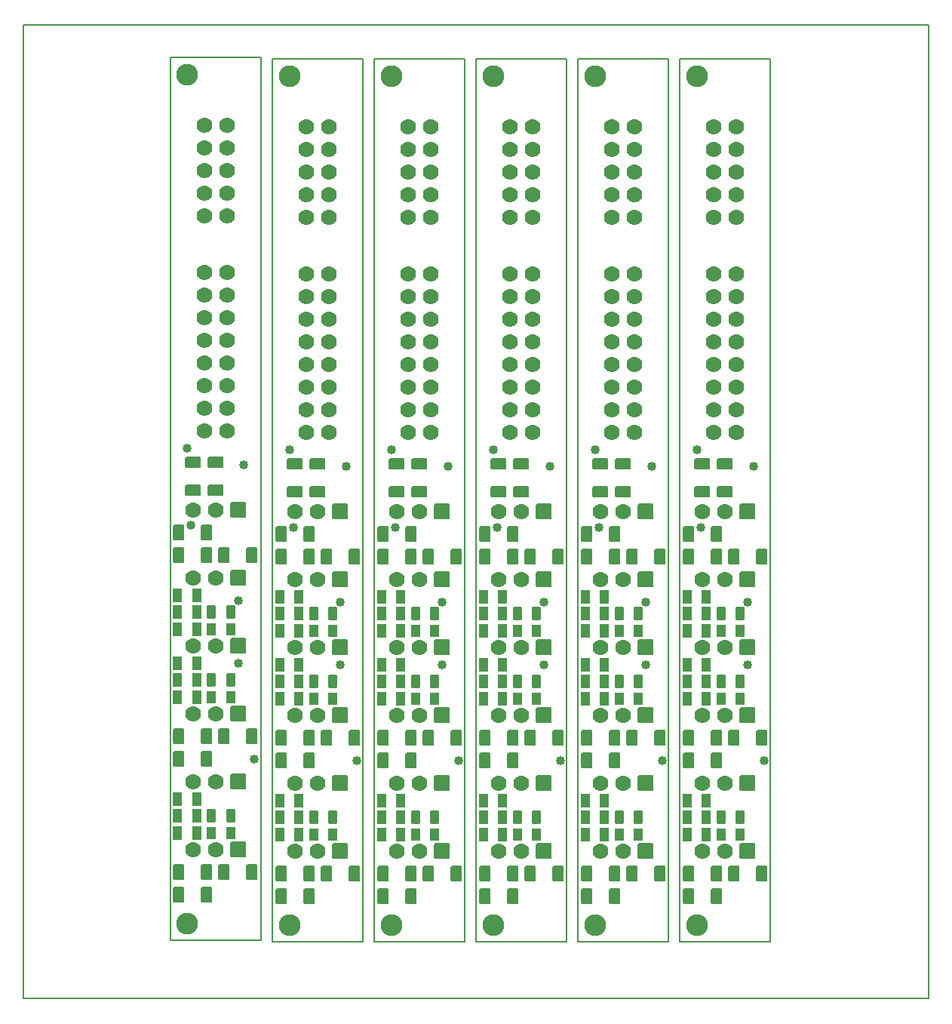
<source format=gts>
G04 PROTEUS RS274X GERBER FILE*
%FSLAX45Y45*%
%MOMM*%
G01*
%ADD13C,0.203200*%
%ADD21C,1.016000*%
%ADD22C,2.454000*%
%ADD23C,1.778000*%
%AMPPAD016*
4,1,36,
0.762000,0.889000,
-0.762000,0.889000,
-0.787970,0.886470,
-0.811980,0.879200,
-0.833580,0.867650,
-0.852290,0.852290,
-0.867650,0.833570,
-0.879200,0.811980,
-0.886470,0.787970,
-0.889000,0.762000,
-0.889000,-0.762000,
-0.886470,-0.787970,
-0.879200,-0.811980,
-0.867650,-0.833570,
-0.852290,-0.852290,
-0.833580,-0.867650,
-0.811980,-0.879200,
-0.787970,-0.886470,
-0.762000,-0.889000,
0.762000,-0.889000,
0.787970,-0.886470,
0.811980,-0.879200,
0.833580,-0.867650,
0.852290,-0.852290,
0.867650,-0.833570,
0.879200,-0.811980,
0.886470,-0.787970,
0.889000,-0.762000,
0.889000,0.762000,
0.886470,0.787970,
0.879200,0.811980,
0.867650,0.833570,
0.852290,0.852290,
0.833580,0.867650,
0.811980,0.879200,
0.787970,0.886470,
0.762000,0.889000,
0*%
%ADD24PPAD016*%
%AMPPAD017*
4,1,36,
0.381000,-0.762000,
-0.381000,-0.762000,
-0.406970,-0.759470,
-0.430980,-0.752200,
-0.452580,-0.740650,
-0.471290,-0.725290,
-0.486650,-0.706570,
-0.498200,-0.684980,
-0.505470,-0.660970,
-0.508000,-0.635000,
-0.508000,0.635000,
-0.505470,0.660970,
-0.498200,0.684980,
-0.486650,0.706570,
-0.471290,0.725290,
-0.452580,0.740650,
-0.430980,0.752200,
-0.406970,0.759470,
-0.381000,0.762000,
0.381000,0.762000,
0.406970,0.759470,
0.430980,0.752200,
0.452580,0.740650,
0.471290,0.725290,
0.486650,0.706570,
0.498200,0.684980,
0.505470,0.660970,
0.508000,0.635000,
0.508000,-0.635000,
0.505470,-0.660970,
0.498200,-0.684980,
0.486650,-0.706570,
0.471290,-0.725290,
0.452580,-0.740650,
0.430980,-0.752200,
0.406970,-0.759470,
0.381000,-0.762000,
0*%
%ADD25PPAD017*%
%AMPPAD018*
4,1,36,
0.889000,0.508000,
0.889000,-0.508000,
0.886470,-0.533970,
0.879200,-0.557980,
0.867650,-0.579580,
0.852290,-0.598290,
0.833570,-0.613650,
0.811980,-0.625200,
0.787970,-0.632470,
0.762000,-0.635000,
-0.762000,-0.635000,
-0.787970,-0.632470,
-0.811980,-0.625200,
-0.833570,-0.613650,
-0.852290,-0.598290,
-0.867650,-0.579580,
-0.879200,-0.557980,
-0.886470,-0.533970,
-0.889000,-0.508000,
-0.889000,0.508000,
-0.886470,0.533970,
-0.879200,0.557980,
-0.867650,0.579580,
-0.852290,0.598290,
-0.833570,0.613650,
-0.811980,0.625200,
-0.787970,0.632470,
-0.762000,0.635000,
0.762000,0.635000,
0.787970,0.632470,
0.811980,0.625200,
0.833570,0.613650,
0.852290,0.598290,
0.867650,0.579580,
0.879200,0.557980,
0.886470,0.533970,
0.889000,0.508000,
0*%
%ADD26PPAD018*%
%AMPPAD019*
4,1,36,
-0.508000,0.889000,
0.508000,0.889000,
0.533970,0.886470,
0.557980,0.879200,
0.579580,0.867650,
0.598290,0.852290,
0.613650,0.833570,
0.625200,0.811980,
0.632470,0.787970,
0.635000,0.762000,
0.635000,-0.762000,
0.632470,-0.787970,
0.625200,-0.811980,
0.613650,-0.833570,
0.598290,-0.852290,
0.579580,-0.867650,
0.557980,-0.879200,
0.533970,-0.886470,
0.508000,-0.889000,
-0.508000,-0.889000,
-0.533970,-0.886470,
-0.557980,-0.879200,
-0.579580,-0.867650,
-0.598290,-0.852290,
-0.613650,-0.833570,
-0.625200,-0.811980,
-0.632470,-0.787970,
-0.635000,-0.762000,
-0.635000,0.762000,
-0.632470,0.787970,
-0.625200,0.811980,
-0.613650,0.833570,
-0.598290,0.852290,
-0.579580,0.867650,
-0.557980,0.879200,
-0.533970,0.886470,
-0.508000,0.889000,
0*%
%ADD27PPAD019*%
%AMPPAD020*
4,1,36,
0.381000,-0.698500,
-0.381000,-0.698500,
-0.406970,-0.695970,
-0.430980,-0.688700,
-0.452580,-0.677150,
-0.471290,-0.661790,
-0.486650,-0.643070,
-0.498200,-0.621480,
-0.505470,-0.597470,
-0.508000,-0.571500,
-0.508000,0.571500,
-0.505470,0.597470,
-0.498200,0.621480,
-0.486650,0.643070,
-0.471290,0.661790,
-0.452580,0.677150,
-0.430980,0.688700,
-0.406970,0.695970,
-0.381000,0.698500,
0.381000,0.698500,
0.406970,0.695970,
0.430980,0.688700,
0.452580,0.677150,
0.471290,0.661790,
0.486650,0.643070,
0.498200,0.621480,
0.505470,0.597470,
0.508000,0.571500,
0.508000,-0.571500,
0.505470,-0.597470,
0.498200,-0.621480,
0.486650,-0.643070,
0.471290,-0.661790,
0.452580,-0.677150,
0.430980,-0.688700,
0.406970,-0.695970,
0.381000,-0.698500,
0*%
%ADD28PPAD020*%
%AMPPAD021*
4,1,36,
-0.381000,0.736600,
0.381000,0.736600,
0.406970,0.734070,
0.430980,0.726800,
0.452580,0.715250,
0.471290,0.699890,
0.486650,0.681170,
0.498200,0.659580,
0.505470,0.635570,
0.508000,0.609600,
0.508000,-0.609600,
0.505470,-0.635570,
0.498200,-0.659580,
0.486650,-0.681170,
0.471290,-0.699890,
0.452580,-0.715250,
0.430980,-0.726800,
0.406970,-0.734070,
0.381000,-0.736600,
-0.381000,-0.736600,
-0.406970,-0.734070,
-0.430980,-0.726800,
-0.452580,-0.715250,
-0.471290,-0.699890,
-0.486650,-0.681170,
-0.498200,-0.659580,
-0.505470,-0.635570,
-0.508000,-0.609600,
-0.508000,0.609600,
-0.505470,0.635570,
-0.498200,0.659580,
-0.486650,0.681170,
-0.471290,0.699890,
-0.452580,0.715250,
-0.430980,0.726800,
-0.406970,0.734070,
-0.381000,0.736600,
0*%
%ADD29PPAD021*%
D13*
X-3435294Y-2648588D02*
X-2419294Y-2648588D01*
X-2419294Y+7257412D01*
X-3435294Y+7257412D01*
X-3435294Y-2648588D01*
X-3435294Y-2648588D01*
X-2286000Y-2667000D02*
X-1270000Y-2667000D01*
X-1270000Y+7239000D01*
X-2286000Y+7239000D01*
X-2286000Y-2667000D01*
X-2286000Y-2667000D01*
X-1143000Y-2667000D02*
X-127000Y-2667000D01*
X-127000Y+7239000D01*
X-1143000Y+7239000D01*
X-1143000Y-2667000D01*
X-1143000Y-2667000D01*
X+0Y-2667000D02*
X+1016000Y-2667000D01*
X+1016000Y+7239000D01*
X+0Y+7239000D01*
X+0Y-2667000D01*
X+0Y-2667000D01*
X+1143000Y-2667000D02*
X+2159000Y-2667000D01*
X+2159000Y+7239000D01*
X+1143000Y+7239000D01*
X+1143000Y-2667000D01*
X+1143000Y-2667000D01*
X+2286000Y-2667000D02*
X+3302000Y-2667000D01*
X+3302000Y+7239000D01*
X+2286000Y+7239000D01*
X+2286000Y-2667000D01*
X+2286000Y-2667000D01*
D21*
X-3181294Y+2715892D03*
X-3351474Y-1442088D03*
X-3351474Y-1251588D03*
X-3351474Y-1061088D03*
X-3351474Y+462912D03*
X-3351474Y+272412D03*
X-3351474Y+81912D03*
X-3351474Y+843912D03*
X-3351474Y+1034412D03*
X-3351474Y+1224912D03*
X-3338774Y-616588D03*
X-3199223Y+2007829D03*
X-2927294Y+2715892D03*
X-2609794Y+2685412D03*
X-3244794Y+2875912D03*
X-2673294Y+1161412D03*
X-2673294Y+462912D03*
X-2492884Y-610262D03*
D22*
X-3244794Y+7066912D03*
X-3244794Y-2458088D03*
D23*
X-3054294Y+5479412D03*
X-2800294Y+5479412D03*
X-3054294Y+5733412D03*
X-2800294Y+5733412D03*
X-3054294Y+5987412D03*
X-2800294Y+5987412D03*
X-3054294Y+6241412D03*
X-2800294Y+6241412D03*
X-3054294Y+6495412D03*
X-2800294Y+6495412D03*
X-3054294Y+3066412D03*
X-2800294Y+3066412D03*
X-3054294Y+3320412D03*
X-2800294Y+3320412D03*
X-3054294Y+3574412D03*
X-2800294Y+3574412D03*
X-3054294Y+3828412D03*
X-2800294Y+3828412D03*
X-3054294Y+4082412D03*
X-2800294Y+4082412D03*
X-3054294Y+4336412D03*
X-2800294Y+4336412D03*
X-3054294Y+4590412D03*
X-2800294Y+4590412D03*
X-3054294Y+4844412D03*
X-2800294Y+4844412D03*
D24*
X-2673294Y+2177412D03*
D23*
X-2927294Y+2177412D03*
X-3181294Y+2177412D03*
D24*
X-2673294Y+1415412D03*
D23*
X-2927294Y+1415412D03*
X-3181294Y+1415412D03*
D24*
X-2673294Y+653412D03*
D23*
X-2927294Y+653412D03*
X-3181294Y+653412D03*
D24*
X-2673294Y-108588D03*
D23*
X-2927294Y-108588D03*
X-3181294Y-108588D03*
D24*
X-2673294Y-870588D03*
D23*
X-2927294Y-870588D03*
X-3181294Y-870588D03*
D24*
X-2673294Y-1632588D03*
D23*
X-2927294Y-1632588D03*
X-3181294Y-1632588D03*
D25*
X-3138114Y+843912D03*
X-3351474Y+843912D03*
X-3138114Y+1034412D03*
X-3351474Y+1034412D03*
X-3138114Y+1224912D03*
X-3351474Y+1224912D03*
X-3138114Y+81912D03*
X-3351474Y+81912D03*
X-3138114Y+272412D03*
X-3351474Y+272412D03*
X-3138114Y+462912D03*
X-3351474Y+462912D03*
X-3138114Y-1442088D03*
X-3351474Y-1442088D03*
X-3138114Y-1251588D03*
X-3351474Y-1251588D03*
X-3138114Y-1061088D03*
X-3351474Y-1061088D03*
D26*
X-3181294Y+2715892D03*
X-3181294Y+2400932D03*
X-2927294Y+2715892D03*
X-2927294Y+2400932D03*
D27*
X-3338774Y+1923412D03*
X-3023814Y+1923412D03*
X-3338774Y-616588D03*
X-3023814Y-616588D03*
X-3338774Y-2140588D03*
X-3023814Y-2140588D03*
X-3338774Y+1669412D03*
X-3023814Y+1669412D03*
X-3338774Y-362588D03*
X-3023814Y-362588D03*
X-3338774Y-1886588D03*
X-3023814Y-1886588D03*
X-2830774Y+1669412D03*
X-2515814Y+1669412D03*
X-2830774Y-362588D03*
X-2515814Y-362588D03*
X-2830774Y-1886588D03*
X-2515814Y-1886588D03*
D28*
X-2757114Y+81912D03*
X-2970474Y+81912D03*
D29*
X-2970474Y+1034412D03*
X-2757114Y+1034412D03*
X-2970474Y+272412D03*
X-2757114Y+272412D03*
X-2970474Y-1251588D03*
X-2757114Y-1251588D03*
D28*
X-2757114Y-1442088D03*
X-2970474Y-1442088D03*
X-2757114Y+843912D03*
X-2970474Y+843912D03*
D21*
X-2032000Y+2697480D03*
X-2202180Y-1460500D03*
X-2202180Y-1270000D03*
X-2202180Y-1079500D03*
X-2202180Y+444500D03*
X-2202180Y+254000D03*
X-2202180Y+63500D03*
X-2202180Y+825500D03*
X-2202180Y+1016000D03*
X-2202180Y+1206500D03*
X-2189480Y-635000D03*
X-2049929Y+1989417D03*
X-1778000Y+2697480D03*
X-1460500Y+2667000D03*
X-2095500Y+2857500D03*
X-1524000Y+1143000D03*
X-1524000Y+444500D03*
X-1343590Y-628674D03*
D22*
X-2095500Y+7048500D03*
X-2095500Y-2476500D03*
D23*
X-1905000Y+5461000D03*
X-1651000Y+5461000D03*
X-1905000Y+5715000D03*
X-1651000Y+5715000D03*
X-1905000Y+5969000D03*
X-1651000Y+5969000D03*
X-1905000Y+6223000D03*
X-1651000Y+6223000D03*
X-1905000Y+6477000D03*
X-1651000Y+6477000D03*
X-1905000Y+3048000D03*
X-1651000Y+3048000D03*
X-1905000Y+3302000D03*
X-1651000Y+3302000D03*
X-1905000Y+3556000D03*
X-1651000Y+3556000D03*
X-1905000Y+3810000D03*
X-1651000Y+3810000D03*
X-1905000Y+4064000D03*
X-1651000Y+4064000D03*
X-1905000Y+4318000D03*
X-1651000Y+4318000D03*
X-1905000Y+4572000D03*
X-1651000Y+4572000D03*
X-1905000Y+4826000D03*
X-1651000Y+4826000D03*
D24*
X-1524000Y+2159000D03*
D23*
X-1778000Y+2159000D03*
X-2032000Y+2159000D03*
D24*
X-1524000Y+1397000D03*
D23*
X-1778000Y+1397000D03*
X-2032000Y+1397000D03*
D24*
X-1524000Y+635000D03*
D23*
X-1778000Y+635000D03*
X-2032000Y+635000D03*
D24*
X-1524000Y-127000D03*
D23*
X-1778000Y-127000D03*
X-2032000Y-127000D03*
D24*
X-1524000Y-889000D03*
D23*
X-1778000Y-889000D03*
X-2032000Y-889000D03*
D24*
X-1524000Y-1651000D03*
D23*
X-1778000Y-1651000D03*
X-2032000Y-1651000D03*
D25*
X-1988820Y+825500D03*
X-2202180Y+825500D03*
X-1988820Y+1016000D03*
X-2202180Y+1016000D03*
X-1988820Y+1206500D03*
X-2202180Y+1206500D03*
X-1988820Y+63500D03*
X-2202180Y+63500D03*
X-1988820Y+254000D03*
X-2202180Y+254000D03*
X-1988820Y+444500D03*
X-2202180Y+444500D03*
X-1988820Y-1460500D03*
X-2202180Y-1460500D03*
X-1988820Y-1270000D03*
X-2202180Y-1270000D03*
X-1988820Y-1079500D03*
X-2202180Y-1079500D03*
D26*
X-2032000Y+2697480D03*
X-2032000Y+2382520D03*
X-1778000Y+2697480D03*
X-1778000Y+2382520D03*
D27*
X-2189480Y+1905000D03*
X-1874520Y+1905000D03*
X-2189480Y-635000D03*
X-1874520Y-635000D03*
X-2189480Y-2159000D03*
X-1874520Y-2159000D03*
X-2189480Y+1651000D03*
X-1874520Y+1651000D03*
X-2189480Y-381000D03*
X-1874520Y-381000D03*
X-2189480Y-1905000D03*
X-1874520Y-1905000D03*
X-1681480Y+1651000D03*
X-1366520Y+1651000D03*
X-1681480Y-381000D03*
X-1366520Y-381000D03*
X-1681480Y-1905000D03*
X-1366520Y-1905000D03*
D28*
X-1607820Y+63500D03*
X-1821180Y+63500D03*
D29*
X-1821180Y+1016000D03*
X-1607820Y+1016000D03*
X-1821180Y+254000D03*
X-1607820Y+254000D03*
X-1821180Y-1270000D03*
X-1607820Y-1270000D03*
D28*
X-1607820Y-1460500D03*
X-1821180Y-1460500D03*
X-1607820Y+825500D03*
X-1821180Y+825500D03*
D21*
X-889000Y+2697480D03*
X-1059180Y-1460500D03*
X-1059180Y-1270000D03*
X-1059180Y-1079500D03*
X-1059180Y+444500D03*
X-1059180Y+254000D03*
X-1059180Y+63500D03*
X-1059180Y+825500D03*
X-1059180Y+1016000D03*
X-1059180Y+1206500D03*
X-1046480Y-635000D03*
X-906929Y+1989417D03*
X-635000Y+2697480D03*
X-317500Y+2667000D03*
X-952500Y+2857500D03*
X-381000Y+1143000D03*
X-381000Y+444500D03*
X-200590Y-628674D03*
D22*
X-952500Y+7048500D03*
X-952500Y-2476500D03*
D23*
X-762000Y+5461000D03*
X-508000Y+5461000D03*
X-762000Y+5715000D03*
X-508000Y+5715000D03*
X-762000Y+5969000D03*
X-508000Y+5969000D03*
X-762000Y+6223000D03*
X-508000Y+6223000D03*
X-762000Y+6477000D03*
X-508000Y+6477000D03*
X-762000Y+3048000D03*
X-508000Y+3048000D03*
X-762000Y+3302000D03*
X-508000Y+3302000D03*
X-762000Y+3556000D03*
X-508000Y+3556000D03*
X-762000Y+3810000D03*
X-508000Y+3810000D03*
X-762000Y+4064000D03*
X-508000Y+4064000D03*
X-762000Y+4318000D03*
X-508000Y+4318000D03*
X-762000Y+4572000D03*
X-508000Y+4572000D03*
X-762000Y+4826000D03*
X-508000Y+4826000D03*
D24*
X-381000Y+2159000D03*
D23*
X-635000Y+2159000D03*
X-889000Y+2159000D03*
D24*
X-381000Y+1397000D03*
D23*
X-635000Y+1397000D03*
X-889000Y+1397000D03*
D24*
X-381000Y+635000D03*
D23*
X-635000Y+635000D03*
X-889000Y+635000D03*
D24*
X-381000Y-127000D03*
D23*
X-635000Y-127000D03*
X-889000Y-127000D03*
D24*
X-381000Y-889000D03*
D23*
X-635000Y-889000D03*
X-889000Y-889000D03*
D24*
X-381000Y-1651000D03*
D23*
X-635000Y-1651000D03*
X-889000Y-1651000D03*
D25*
X-845820Y+825500D03*
X-1059180Y+825500D03*
X-845820Y+1016000D03*
X-1059180Y+1016000D03*
X-845820Y+1206500D03*
X-1059180Y+1206500D03*
X-845820Y+63500D03*
X-1059180Y+63500D03*
X-845820Y+254000D03*
X-1059180Y+254000D03*
X-845820Y+444500D03*
X-1059180Y+444500D03*
X-845820Y-1460500D03*
X-1059180Y-1460500D03*
X-845820Y-1270000D03*
X-1059180Y-1270000D03*
X-845820Y-1079500D03*
X-1059180Y-1079500D03*
D26*
X-889000Y+2697480D03*
X-889000Y+2382520D03*
X-635000Y+2697480D03*
X-635000Y+2382520D03*
D27*
X-1046480Y+1905000D03*
X-731520Y+1905000D03*
X-1046480Y-635000D03*
X-731520Y-635000D03*
X-1046480Y-2159000D03*
X-731520Y-2159000D03*
X-1046480Y+1651000D03*
X-731520Y+1651000D03*
X-1046480Y-381000D03*
X-731520Y-381000D03*
X-1046480Y-1905000D03*
X-731520Y-1905000D03*
X-538480Y+1651000D03*
X-223520Y+1651000D03*
X-538480Y-381000D03*
X-223520Y-381000D03*
X-538480Y-1905000D03*
X-223520Y-1905000D03*
D28*
X-464820Y+63500D03*
X-678180Y+63500D03*
D29*
X-678180Y+1016000D03*
X-464820Y+1016000D03*
X-678180Y+254000D03*
X-464820Y+254000D03*
X-678180Y-1270000D03*
X-464820Y-1270000D03*
D28*
X-464820Y-1460500D03*
X-678180Y-1460500D03*
X-464820Y+825500D03*
X-678180Y+825500D03*
D21*
X+254000Y+2697480D03*
X+83820Y-1460500D03*
X+83820Y-1270000D03*
X+83820Y-1079500D03*
X+83820Y+444500D03*
X+83820Y+254000D03*
X+83820Y+63500D03*
X+83820Y+825500D03*
X+83820Y+1016000D03*
X+83820Y+1206500D03*
X+96520Y-635000D03*
X+236071Y+1989417D03*
X+508000Y+2697480D03*
X+825500Y+2667000D03*
X+190500Y+2857500D03*
X+762000Y+1143000D03*
X+762000Y+444500D03*
X+942410Y-628674D03*
D22*
X+190500Y+7048500D03*
X+190500Y-2476500D03*
D23*
X+381000Y+5461000D03*
X+635000Y+5461000D03*
X+381000Y+5715000D03*
X+635000Y+5715000D03*
X+381000Y+5969000D03*
X+635000Y+5969000D03*
X+381000Y+6223000D03*
X+635000Y+6223000D03*
X+381000Y+6477000D03*
X+635000Y+6477000D03*
X+381000Y+3048000D03*
X+635000Y+3048000D03*
X+381000Y+3302000D03*
X+635000Y+3302000D03*
X+381000Y+3556000D03*
X+635000Y+3556000D03*
X+381000Y+3810000D03*
X+635000Y+3810000D03*
X+381000Y+4064000D03*
X+635000Y+4064000D03*
X+381000Y+4318000D03*
X+635000Y+4318000D03*
X+381000Y+4572000D03*
X+635000Y+4572000D03*
X+381000Y+4826000D03*
X+635000Y+4826000D03*
D24*
X+762000Y+2159000D03*
D23*
X+508000Y+2159000D03*
X+254000Y+2159000D03*
D24*
X+762000Y+1397000D03*
D23*
X+508000Y+1397000D03*
X+254000Y+1397000D03*
D24*
X+762000Y+635000D03*
D23*
X+508000Y+635000D03*
X+254000Y+635000D03*
D24*
X+762000Y-127000D03*
D23*
X+508000Y-127000D03*
X+254000Y-127000D03*
D24*
X+762000Y-889000D03*
D23*
X+508000Y-889000D03*
X+254000Y-889000D03*
D24*
X+762000Y-1651000D03*
D23*
X+508000Y-1651000D03*
X+254000Y-1651000D03*
D25*
X+297180Y+825500D03*
X+83820Y+825500D03*
X+297180Y+1016000D03*
X+83820Y+1016000D03*
X+297180Y+1206500D03*
X+83820Y+1206500D03*
X+297180Y+63500D03*
X+83820Y+63500D03*
X+297180Y+254000D03*
X+83820Y+254000D03*
X+297180Y+444500D03*
X+83820Y+444500D03*
X+297180Y-1460500D03*
X+83820Y-1460500D03*
X+297180Y-1270000D03*
X+83820Y-1270000D03*
X+297180Y-1079500D03*
X+83820Y-1079500D03*
D26*
X+254000Y+2697480D03*
X+254000Y+2382520D03*
X+508000Y+2697480D03*
X+508000Y+2382520D03*
D27*
X+96520Y+1905000D03*
X+411480Y+1905000D03*
X+96520Y-635000D03*
X+411480Y-635000D03*
X+96520Y-2159000D03*
X+411480Y-2159000D03*
X+96520Y+1651000D03*
X+411480Y+1651000D03*
X+96520Y-381000D03*
X+411480Y-381000D03*
X+96520Y-1905000D03*
X+411480Y-1905000D03*
X+604520Y+1651000D03*
X+919480Y+1651000D03*
X+604520Y-381000D03*
X+919480Y-381000D03*
X+604520Y-1905000D03*
X+919480Y-1905000D03*
D28*
X+678180Y+63500D03*
X+464820Y+63500D03*
D29*
X+464820Y+1016000D03*
X+678180Y+1016000D03*
X+464820Y+254000D03*
X+678180Y+254000D03*
X+464820Y-1270000D03*
X+678180Y-1270000D03*
D28*
X+678180Y-1460500D03*
X+464820Y-1460500D03*
X+678180Y+825500D03*
X+464820Y+825500D03*
D21*
X+1397000Y+2697480D03*
X+1226820Y-1460500D03*
X+1226820Y-1270000D03*
X+1226820Y-1079500D03*
X+1226820Y+444500D03*
X+1226820Y+254000D03*
X+1226820Y+63500D03*
X+1226820Y+825500D03*
X+1226820Y+1016000D03*
X+1226820Y+1206500D03*
X+1239520Y-635000D03*
X+1379071Y+1989417D03*
X+1651000Y+2697480D03*
X+1968500Y+2667000D03*
X+1333500Y+2857500D03*
X+1905000Y+1143000D03*
X+1905000Y+444500D03*
X+2085410Y-628674D03*
D22*
X+1333500Y+7048500D03*
X+1333500Y-2476500D03*
D23*
X+1524000Y+5461000D03*
X+1778000Y+5461000D03*
X+1524000Y+5715000D03*
X+1778000Y+5715000D03*
X+1524000Y+5969000D03*
X+1778000Y+5969000D03*
X+1524000Y+6223000D03*
X+1778000Y+6223000D03*
X+1524000Y+6477000D03*
X+1778000Y+6477000D03*
X+1524000Y+3048000D03*
X+1778000Y+3048000D03*
X+1524000Y+3302000D03*
X+1778000Y+3302000D03*
X+1524000Y+3556000D03*
X+1778000Y+3556000D03*
X+1524000Y+3810000D03*
X+1778000Y+3810000D03*
X+1524000Y+4064000D03*
X+1778000Y+4064000D03*
X+1524000Y+4318000D03*
X+1778000Y+4318000D03*
X+1524000Y+4572000D03*
X+1778000Y+4572000D03*
X+1524000Y+4826000D03*
X+1778000Y+4826000D03*
D24*
X+1905000Y+2159000D03*
D23*
X+1651000Y+2159000D03*
X+1397000Y+2159000D03*
D24*
X+1905000Y+1397000D03*
D23*
X+1651000Y+1397000D03*
X+1397000Y+1397000D03*
D24*
X+1905000Y+635000D03*
D23*
X+1651000Y+635000D03*
X+1397000Y+635000D03*
D24*
X+1905000Y-127000D03*
D23*
X+1651000Y-127000D03*
X+1397000Y-127000D03*
D24*
X+1905000Y-889000D03*
D23*
X+1651000Y-889000D03*
X+1397000Y-889000D03*
D24*
X+1905000Y-1651000D03*
D23*
X+1651000Y-1651000D03*
X+1397000Y-1651000D03*
D25*
X+1440180Y+825500D03*
X+1226820Y+825500D03*
X+1440180Y+1016000D03*
X+1226820Y+1016000D03*
X+1440180Y+1206500D03*
X+1226820Y+1206500D03*
X+1440180Y+63500D03*
X+1226820Y+63500D03*
X+1440180Y+254000D03*
X+1226820Y+254000D03*
X+1440180Y+444500D03*
X+1226820Y+444500D03*
X+1440180Y-1460500D03*
X+1226820Y-1460500D03*
X+1440180Y-1270000D03*
X+1226820Y-1270000D03*
X+1440180Y-1079500D03*
X+1226820Y-1079500D03*
D26*
X+1397000Y+2697480D03*
X+1397000Y+2382520D03*
X+1651000Y+2697480D03*
X+1651000Y+2382520D03*
D27*
X+1239520Y+1905000D03*
X+1554480Y+1905000D03*
X+1239520Y-635000D03*
X+1554480Y-635000D03*
X+1239520Y-2159000D03*
X+1554480Y-2159000D03*
X+1239520Y+1651000D03*
X+1554480Y+1651000D03*
X+1239520Y-381000D03*
X+1554480Y-381000D03*
X+1239520Y-1905000D03*
X+1554480Y-1905000D03*
X+1747520Y+1651000D03*
X+2062480Y+1651000D03*
X+1747520Y-381000D03*
X+2062480Y-381000D03*
X+1747520Y-1905000D03*
X+2062480Y-1905000D03*
D28*
X+1821180Y+63500D03*
X+1607820Y+63500D03*
D29*
X+1607820Y+1016000D03*
X+1821180Y+1016000D03*
X+1607820Y+254000D03*
X+1821180Y+254000D03*
X+1607820Y-1270000D03*
X+1821180Y-1270000D03*
D28*
X+1821180Y-1460500D03*
X+1607820Y-1460500D03*
X+1821180Y+825500D03*
X+1607820Y+825500D03*
D21*
X+2540000Y+2697480D03*
X+2369820Y-1460500D03*
X+2369820Y-1270000D03*
X+2369820Y-1079500D03*
X+2369820Y+444500D03*
X+2369820Y+254000D03*
X+2369820Y+63500D03*
X+2369820Y+825500D03*
X+2369820Y+1016000D03*
X+2369820Y+1206500D03*
X+2382520Y-635000D03*
X+2522071Y+1989417D03*
X+2794000Y+2697480D03*
X+3111500Y+2667000D03*
X+2476500Y+2857500D03*
X+3048000Y+1143000D03*
X+3048000Y+444500D03*
X+3228410Y-628674D03*
D22*
X+2476500Y+7048500D03*
X+2476500Y-2476500D03*
D23*
X+2667000Y+5461000D03*
X+2921000Y+5461000D03*
X+2667000Y+5715000D03*
X+2921000Y+5715000D03*
X+2667000Y+5969000D03*
X+2921000Y+5969000D03*
X+2667000Y+6223000D03*
X+2921000Y+6223000D03*
X+2667000Y+6477000D03*
X+2921000Y+6477000D03*
X+2667000Y+3048000D03*
X+2921000Y+3048000D03*
X+2667000Y+3302000D03*
X+2921000Y+3302000D03*
X+2667000Y+3556000D03*
X+2921000Y+3556000D03*
X+2667000Y+3810000D03*
X+2921000Y+3810000D03*
X+2667000Y+4064000D03*
X+2921000Y+4064000D03*
X+2667000Y+4318000D03*
X+2921000Y+4318000D03*
X+2667000Y+4572000D03*
X+2921000Y+4572000D03*
X+2667000Y+4826000D03*
X+2921000Y+4826000D03*
D24*
X+3048000Y+2159000D03*
D23*
X+2794000Y+2159000D03*
X+2540000Y+2159000D03*
D24*
X+3048000Y+1397000D03*
D23*
X+2794000Y+1397000D03*
X+2540000Y+1397000D03*
D24*
X+3048000Y+635000D03*
D23*
X+2794000Y+635000D03*
X+2540000Y+635000D03*
D24*
X+3048000Y-127000D03*
D23*
X+2794000Y-127000D03*
X+2540000Y-127000D03*
D24*
X+3048000Y-889000D03*
D23*
X+2794000Y-889000D03*
X+2540000Y-889000D03*
D24*
X+3048000Y-1651000D03*
D23*
X+2794000Y-1651000D03*
X+2540000Y-1651000D03*
D25*
X+2583180Y+825500D03*
X+2369820Y+825500D03*
X+2583180Y+1016000D03*
X+2369820Y+1016000D03*
X+2583180Y+1206500D03*
X+2369820Y+1206500D03*
X+2583180Y+63500D03*
X+2369820Y+63500D03*
X+2583180Y+254000D03*
X+2369820Y+254000D03*
X+2583180Y+444500D03*
X+2369820Y+444500D03*
X+2583180Y-1460500D03*
X+2369820Y-1460500D03*
X+2583180Y-1270000D03*
X+2369820Y-1270000D03*
X+2583180Y-1079500D03*
X+2369820Y-1079500D03*
D26*
X+2540000Y+2697480D03*
X+2540000Y+2382520D03*
X+2794000Y+2697480D03*
X+2794000Y+2382520D03*
D27*
X+2382520Y+1905000D03*
X+2697480Y+1905000D03*
X+2382520Y-635000D03*
X+2697480Y-635000D03*
X+2382520Y-2159000D03*
X+2697480Y-2159000D03*
X+2382520Y+1651000D03*
X+2697480Y+1651000D03*
X+2382520Y-381000D03*
X+2697480Y-381000D03*
X+2382520Y-1905000D03*
X+2697480Y-1905000D03*
X+2890520Y+1651000D03*
X+3205480Y+1651000D03*
X+2890520Y-381000D03*
X+3205480Y-381000D03*
X+2890520Y-1905000D03*
X+3205480Y-1905000D03*
D28*
X+2964180Y+63500D03*
X+2750820Y+63500D03*
D29*
X+2750820Y+1016000D03*
X+2964180Y+1016000D03*
X+2750820Y+254000D03*
X+2964180Y+254000D03*
X+2750820Y-1270000D03*
X+2964180Y-1270000D03*
D28*
X+2964180Y-1460500D03*
X+2750820Y-1460500D03*
X+2964180Y+825500D03*
X+2750820Y+825500D03*
D13*
X-5080000Y-3302000D02*
X+5080000Y-3302000D01*
X+5080000Y+7620000D01*
X-5080000Y+7620000D01*
X-5080000Y-3302000D01*
M02*

</source>
